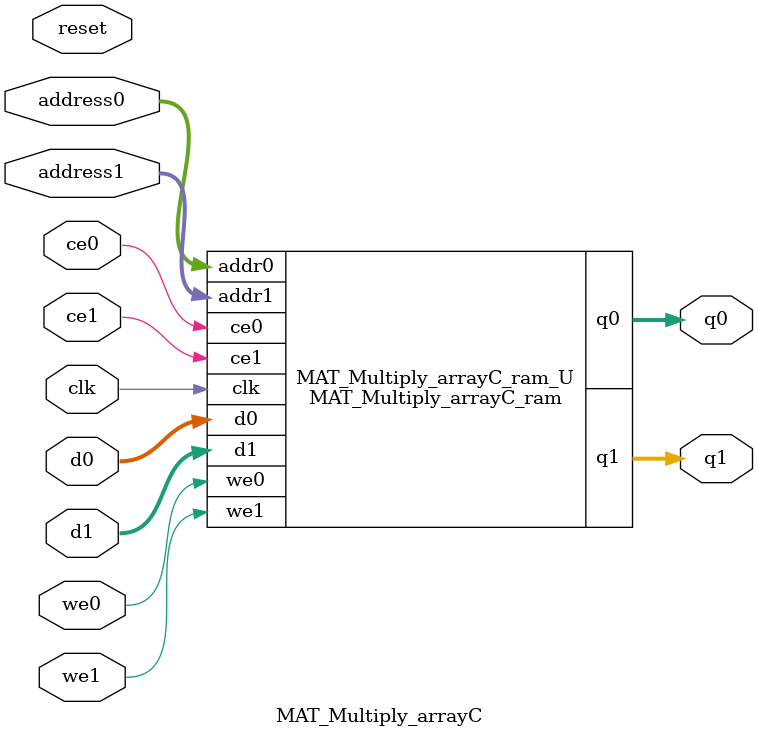
<source format=v>

`timescale 1 ns / 1 ps
module MAT_Multiply_arrayC_ram (addr0, ce0, d0, we0, q0, addr1, ce1, d1, we1, q1,  clk);

parameter DWIDTH = 64;
parameter AWIDTH = 14;
parameter MEM_SIZE = 10000;

input[AWIDTH-1:0] addr0;
input ce0;
input[DWIDTH-1:0] d0;
input we0;
output reg[DWIDTH-1:0] q0;
input[AWIDTH-1:0] addr1;
input ce1;
input[DWIDTH-1:0] d1;
input we1;
output reg[DWIDTH-1:0] q1;
input clk;

(* ram_style = "block" *)reg [DWIDTH-1:0] ram[MEM_SIZE-1:0];




always @(posedge clk)  
begin 
    if (ce0) 
    begin
        if (we0) 
        begin 
            ram[addr0] <= d0; 
            q0 <= d0;
        end 
        else 
            q0 <= ram[addr0];
    end
end


always @(posedge clk)  
begin 
    if (ce1) 
    begin
        if (we1) 
        begin 
            ram[addr1] <= d1; 
            q1 <= d1;
        end 
        else 
            q1 <= ram[addr1];
    end
end


endmodule


`timescale 1 ns / 1 ps
module MAT_Multiply_arrayC(
    reset,
    clk,
    address0,
    ce0,
    we0,
    d0,
    q0,
    address1,
    ce1,
    we1,
    d1,
    q1);

parameter DataWidth = 32'd64;
parameter AddressRange = 32'd10000;
parameter AddressWidth = 32'd14;
input reset;
input clk;
input[AddressWidth - 1:0] address0;
input ce0;
input we0;
input[DataWidth - 1:0] d0;
output[DataWidth - 1:0] q0;
input[AddressWidth - 1:0] address1;
input ce1;
input we1;
input[DataWidth - 1:0] d1;
output[DataWidth - 1:0] q1;



MAT_Multiply_arrayC_ram MAT_Multiply_arrayC_ram_U(
    .clk( clk ),
    .addr0( address0 ),
    .ce0( ce0 ),
    .d0( d0 ),
    .we0( we0 ),
    .q0( q0 ),
    .addr1( address1 ),
    .ce1( ce1 ),
    .d1( d1 ),
    .we1( we1 ),
    .q1( q1 ));

endmodule


</source>
